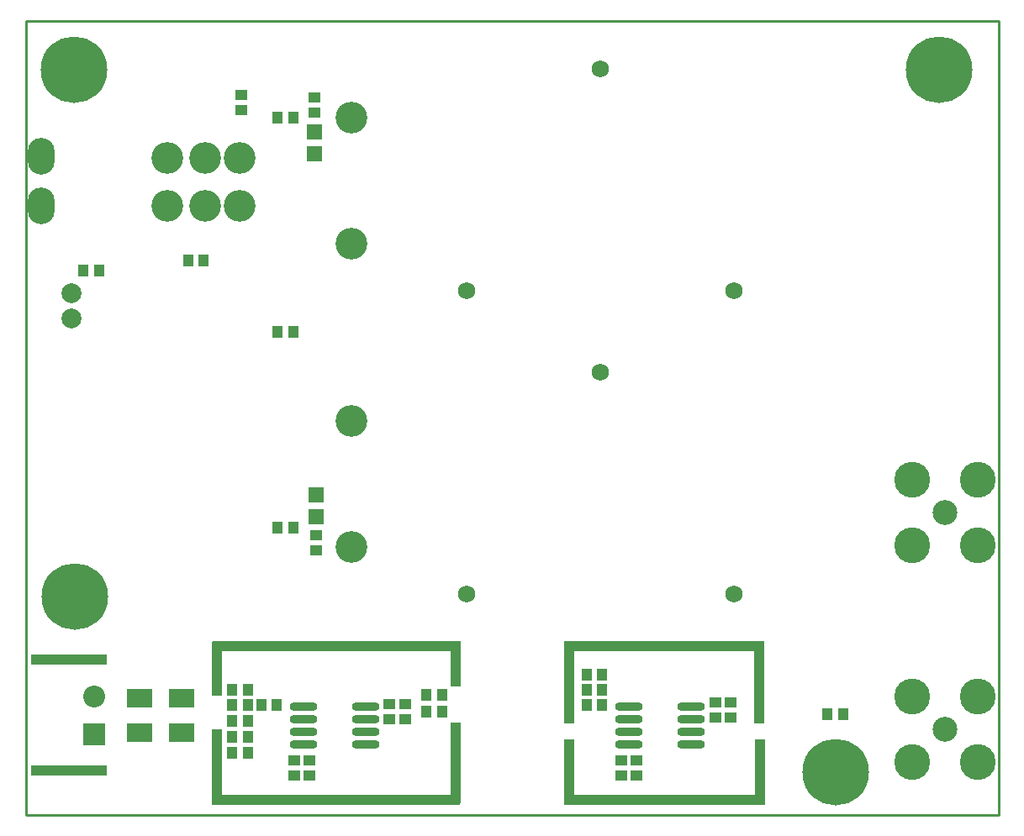
<source format=gts>
G04 Layer_Color=8388736*
%FSLAX25Y25*%
%MOIN*%
G70*
G01*
G75*
%ADD25C,0.01000*%
%ADD41R,0.30300X0.03937*%
%ADD42R,0.30441X0.03937*%
%ADD43R,0.98425X0.03937*%
%ADD44R,0.03937X0.30055*%
%ADD45R,0.03937X0.21641*%
%ADD46R,0.03937X0.32000*%
%ADD47R,0.03937X0.17995*%
%ADD48R,0.79500X0.03937*%
%ADD49R,0.03937X0.25929*%
%ADD50R,0.03937X0.32571*%
%ADD51R,0.79000X0.03937*%
%ADD52R,0.10288X0.07296*%
%ADD53R,0.03950X0.04737*%
%ADD54O,0.11036X0.03556*%
%ADD55R,0.06115X0.05918*%
%ADD56R,0.04737X0.03950*%
%ADD57C,0.12611*%
%ADD58C,0.06800*%
%ADD59C,0.08674*%
%ADD60R,0.08674X0.08674*%
%ADD61O,0.10642X0.14579*%
%ADD62C,0.07887*%
%ADD63C,0.26391*%
%ADD64C,0.09855*%
%ADD65C,0.14186*%
D25*
X0Y0D02*
Y284500D01*
Y0D02*
X385500D01*
X385827D02*
Y314961D01*
X0D02*
X385827D01*
X0Y284500D02*
Y314961D01*
D41*
X17150Y17531D02*
D03*
D42*
X17221Y61468D02*
D03*
D43*
X123207Y66969D02*
D03*
Y5968D02*
D03*
D44*
X75963Y19027D02*
D03*
D45*
Y57821D02*
D03*
D46*
X170463Y20500D02*
D03*
D47*
Y59939D02*
D03*
D48*
X253250Y5968D02*
D03*
D49*
X215463Y16964D02*
D03*
X291032D02*
D03*
D50*
X215463Y52714D02*
D03*
X290963D02*
D03*
D51*
X253000Y67032D02*
D03*
D52*
X61748Y46252D02*
D03*
Y32748D02*
D03*
X45252D02*
D03*
Y46252D02*
D03*
D53*
X324031Y40000D02*
D03*
X317969D02*
D03*
X106032Y114000D02*
D03*
X99968D02*
D03*
X106032Y276665D02*
D03*
X99968D02*
D03*
X165032Y40981D02*
D03*
X158968D02*
D03*
X88032Y43500D02*
D03*
X81968D02*
D03*
X88032Y37169D02*
D03*
X81968D02*
D03*
X228532Y49500D02*
D03*
X222468D02*
D03*
Y55500D02*
D03*
X228532D02*
D03*
X64468Y220000D02*
D03*
X70531D02*
D03*
X29032Y216000D02*
D03*
X22968D02*
D03*
X106032Y191500D02*
D03*
X99968D02*
D03*
X81968Y31000D02*
D03*
X88032D02*
D03*
X88032Y24500D02*
D03*
X81968D02*
D03*
X99532Y43500D02*
D03*
X93468D02*
D03*
X88032Y49500D02*
D03*
X81968D02*
D03*
X165032Y47524D02*
D03*
X158968D02*
D03*
X228532Y43523D02*
D03*
X222468D02*
D03*
D54*
X134705Y28000D02*
D03*
Y33000D02*
D03*
Y38000D02*
D03*
Y43000D02*
D03*
X110295Y28000D02*
D03*
Y33000D02*
D03*
Y38000D02*
D03*
Y43000D02*
D03*
X263705Y28000D02*
D03*
Y33000D02*
D03*
Y38000D02*
D03*
Y43000D02*
D03*
X239295Y28000D02*
D03*
Y33000D02*
D03*
Y38000D02*
D03*
Y43000D02*
D03*
D55*
X115000Y126831D02*
D03*
Y118169D02*
D03*
X114500Y270831D02*
D03*
Y262169D02*
D03*
D56*
X115000Y104969D02*
D03*
Y111031D02*
D03*
X114500Y278468D02*
D03*
Y284531D02*
D03*
X150500Y37969D02*
D03*
Y44032D02*
D03*
X144000Y37969D02*
D03*
Y44032D02*
D03*
X106500Y15469D02*
D03*
Y21531D02*
D03*
X112500Y15469D02*
D03*
Y21531D02*
D03*
X273500Y38469D02*
D03*
Y44532D02*
D03*
X279500Y38469D02*
D03*
Y44532D02*
D03*
X242000Y15469D02*
D03*
Y21531D02*
D03*
X236000Y15469D02*
D03*
Y21531D02*
D03*
X85500Y279468D02*
D03*
Y285531D02*
D03*
D57*
X129075Y106165D02*
D03*
Y156165D02*
D03*
Y226665D02*
D03*
Y276665D02*
D03*
X84870Y241657D02*
D03*
X71130D02*
D03*
X56130D02*
D03*
X56053Y260555D02*
D03*
X71130D02*
D03*
X84870D02*
D03*
D58*
X174744Y87504D02*
D03*
X280925D02*
D03*
X227854Y175496D02*
D03*
X174744Y208004D02*
D03*
X280925D02*
D03*
X227854Y295996D02*
D03*
D59*
X27000Y47000D02*
D03*
D60*
Y32000D02*
D03*
D61*
X6130Y241657D02*
D03*
Y261343D02*
D03*
D62*
X18000Y207000D02*
D03*
Y197000D02*
D03*
D63*
X19000Y295500D02*
D03*
X19500Y86500D02*
D03*
X362000Y295500D02*
D03*
X321000Y17000D02*
D03*
D64*
X364500Y120000D02*
D03*
Y34000D02*
D03*
D65*
X351508Y132992D02*
D03*
Y107008D02*
D03*
X377492D02*
D03*
Y132992D02*
D03*
X351508Y46992D02*
D03*
Y21008D02*
D03*
X377492D02*
D03*
Y46992D02*
D03*
M02*

</source>
